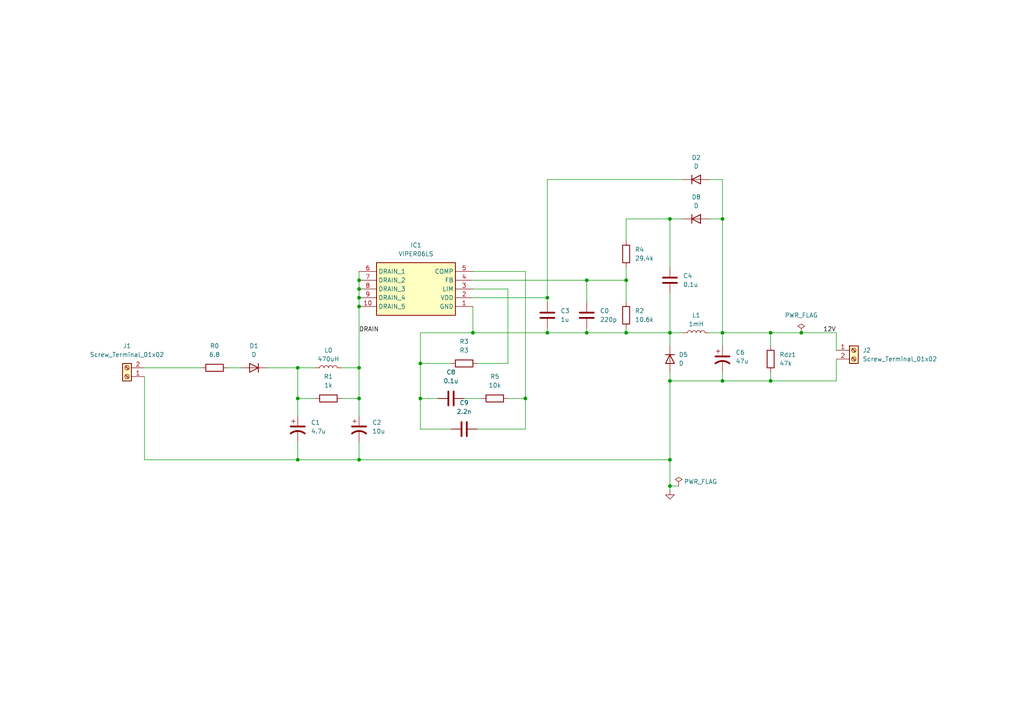
<source format=kicad_sch>
(kicad_sch (version 20230121) (generator eeschema)
  (paper "A4")
  (lib_symbols
    (symbol "Connector:Screw_Terminal_01x02" (pin_names (offset 1.016) hide)
      (property "Reference" "J" (at 0 2.54 0))
      (property "Value" "Screw_Terminal_01x02" (at 0 -5.08 0))
      (symbol "Screw_Terminal_01x02_1_1"
        (rectangle (start -1.27 1.27) (end 1.27 -3.81) (stroke (width 0.254)) (fill (type background)))
        (circle (center 0 -2.54) (radius 0.635) (stroke (width 0.1524)))
        (polyline (pts (xy -0.5334 -2.2098) (xy 0.3302 -3.048)) (stroke (width 0.1524)))
        (polyline (pts (xy -0.5334 0.3302) (xy 0.3302 -0.508)) (stroke (width 0.1524)))
        (polyline (pts (xy -0.3556 -2.032) (xy 0.508 -2.8702)) (stroke (width 0.1524)))
        (polyline (pts (xy -0.3556 0.508) (xy 0.508 -0.3302)) (stroke (width 0.1524)))
        (circle (center 0 0) (radius 0.635) (stroke (width 0.1524)))
        (pin passive line (at -5.08 0 0) (length 3.81) (name "Pin_1") (number "1"))
        (pin passive line (at -5.08 -2.54 0) (length 3.81) (name "Pin_2") (number "2"))
      )
    )
    (symbol "Device:C" (pin_numbers hide) (pin_names (offset 0.254))
      (property "Reference" "C" (at 0.635 2.54 0))
      (property "Value" "C" (at 0.635 -2.54 0))
      (symbol "C_0_1"
        (polyline (pts (xy -2.032 -0.762) (xy 2.032 -0.762)) (stroke (width 0.508)))
        (polyline (pts (xy -2.032 0.762) (xy 2.032 0.762)) (stroke (width 0.508)))
      )
      (symbol "C_1_1"
        (pin passive line (at 0 3.81 270) (length 2.794) (name "~") (number "1"))
        (pin passive line (at 0 -3.81 90) (length 2.794) (name "~") (number "2"))
      )
    )
    (symbol "Device:C_Polarized_US" (pin_numbers hide) (pin_names (offset 0.254) hide)
      (property "Reference" "C" (at 0.635 2.54 0))
      (property "Value" "C_Polarized_US" (at 0.635 -2.54 0))
      (symbol "C_Polarized_US_0_1"
        (polyline (pts (xy -2.032 0.762) (xy 2.032 0.762)) (stroke (width 0.508)))
        (polyline (pts (xy -1.778 2.286) (xy -0.762 2.286)))
        (polyline (pts (xy -1.27 1.778) (xy -1.27 2.794)))
        (arc (start 2.032 -1.27) (mid 0 -0.5572) (end -2.032 -1.27) (stroke (width 0.508)))
      )
      (symbol "C_Polarized_US_1_1"
        (pin passive line (at 0 3.81 270) (length 2.794) (name "~") (number "1"))
        (pin passive line (at 0 -3.81 90) (length 3.302) (name "~") (number "2"))
      )
    )
    (symbol "Device:D" (pin_numbers hide) (pin_names (offset 1.016) hide)
      (property "Reference" "D" (at 0 2.54 0))
      (property "Value" "D" (at 0 -2.54 0))
      (symbol "D_0_1"
        (polyline (pts (xy -1.27 1.27) (xy -1.27 -1.27)) (stroke (width 0.254)))
        (polyline (pts (xy 1.27 0) (xy -1.27 0)))
        (polyline (pts (xy 1.27 1.27) (xy 1.27 -1.27) (xy -1.27 0) (xy 1.27 1.27)) (stroke (width 0.254)))
      )
      (symbol "D_1_1"
        (pin passive line (at -3.81 0 0) (length 2.54) (name "K") (number "1"))
        (pin passive line (at 3.81 0 180) (length 2.54) (name "A") (number "2"))
      )
    )
    (symbol "Device:L" (pin_numbers hide) (pin_names (offset 1.016) hide)
      (property "Reference" "L" (at -1.27 0 90))
      (property "Value" "L" (at 1.905 0 90))
      (symbol "L_0_1"
        (arc (start 0 -2.54) (mid 0.6323 -1.905) (end 0 -1.27))
        (arc (start 0 -1.27) (mid 0.6323 -0.635) (end 0 0))
        (arc (start 0 0) (mid 0.6323 0.635) (end 0 1.27))
        (arc (start 0 1.27) (mid 0.6323 1.905) (end 0 2.54))
      )
      (symbol "L_1_1"
        (pin passive line (at 0 3.81 270) (length 1.27) (name "1") (number "1"))
        (pin passive line (at 0 -3.81 90) (length 1.27) (name "2") (number "2"))
      )
    )
    (symbol "Device:R" (pin_numbers hide) (pin_names (offset 0))
      (property "Reference" "R" (at 2.032 0 90))
      (property "Value" "R" (at 0 0 90))
      (symbol "R_0_1"
        (rectangle (start -1.016 -2.54) (end 1.016 2.54) (stroke (width 0.254)))
      )
      (symbol "R_1_1"
        (pin passive line (at 0 3.81 270) (length 1.27) (name "~") (number "1"))
        (pin passive line (at 0 -3.81 90) (length 1.27) (name "~") (number "2"))
      )
    )
    (symbol "VIPER06LS:VIPER06LS"
      (property "Reference" "IC" (at 29.21 7.62 0))
      (property "Value" "VIPER06LS" (at 29.21 5.08 0))
      (symbol "VIPER06LS_1_1"
        (rectangle (start 5.08 2.54) (end 27.94 -12.7) (stroke (width 0.254)) (fill (type background)))
        (pin passive line (at 0 0 0) (length 5.08) (name "GND") (number "1"))
        (pin passive line (at 33.02 0 180) (length 5.08) (name "DRAIN_5") (number "10"))
        (pin passive line (at 0 -2.54 0) (length 5.08) (name "VDD") (number "2"))
        (pin passive line (at 0 -5.08 0) (length 5.08) (name "LIM") (number "3"))
        (pin passive line (at 0 -7.62 0) (length 5.08) (name "FB") (number "4"))
        (pin passive line (at 0 -10.16 0) (length 5.08) (name "COMP") (number "5"))
        (pin passive line (at 33.02 -10.16 180) (length 5.08) (name "DRAIN_1") (number "6"))
        (pin passive line (at 33.02 -7.62 180) (length 5.08) (name "DRAIN_2") (number "7"))
        (pin passive line (at 33.02 -5.08 180) (length 5.08) (name "DRAIN_3") (number "8"))
        (pin passive line (at 33.02 -2.54 180) (length 5.08) (name "DRAIN_4") (number "9"))
      )
    )
    (symbol "power:GND" (power) (pin_names (offset 0))
      (property "Value" "GND" (at 0 -3.81 0))
      (symbol "GND_0_1"
        (polyline (pts (xy 0 0) (xy 0 -1.27) (xy 1.27 -1.27) (xy 0 -2.54) (xy -1.27 -1.27) (xy 0 -1.27)))
      )
      (symbol "GND_1_1"
        (pin power_in line (at 0 0 270) (length 0) hide (name "GND") (number "1"))
      )
    )
    (symbol "power:PWR_FLAG" (power) (pin_numbers hide) (pin_names (offset 0) hide)
      (property "Value" "PWR_FLAG" (at 0 3.81 0))
      (symbol "PWR_FLAG_0_0"
        (pin power_out line (at 0 0 90) (length 0) (name "pwr") (number "1"))
      )
      (symbol "PWR_FLAG_0_1"
        (polyline (pts (xy 0 0) (xy 0 1.27) (xy -1.016 1.905) (xy 0 2.54) (xy 1.016 1.905) (xy 0 1.27)))
      )
    )
  )
  (junction (at 104.14 86.36))
  (junction (at 86.36 133.35))
  (junction (at 86.36 106.68))
  (junction (at 86.36 115.57))
  (junction (at 232.41 96.52))
  (junction (at 194.31 140.97))
  (junction (at 170.18 96.52))
  (junction (at 209.55 63.5))
  (junction (at 121.92 115.57))
  (junction (at 194.31 96.52))
  (junction (at 121.92 105.41))
  (junction (at 104.14 88.9))
  (junction (at 158.75 96.52))
  (junction (at 104.14 81.28))
  (junction (at 104.14 83.82))
  (junction (at 194.31 110.49))
  (junction (at 104.14 106.68))
  (junction (at 104.14 115.57))
  (junction (at 181.61 96.52))
  (junction (at 137.16 96.52))
  (junction (at 194.31 63.5))
  (junction (at 181.61 81.28))
  (junction (at 152.4 115.57))
  (junction (at 194.31 133.35))
  (junction (at 170.18 81.28))
  (junction (at 223.52 96.52))
  (junction (at 223.52 110.49))
  (junction (at 158.75 86.36))
  (junction (at 209.55 110.49))
  (junction (at 104.14 133.35))
  (junction (at 209.55 96.52))
  (wire (pts (xy 209.55 63.5) (xy 209.55 96.52)))
  (wire (pts (xy 181.61 63.5) (xy 194.31 63.5)))
  (wire (pts (xy 170.18 81.28) (xy 170.18 87.63)))
  (wire (pts (xy 121.92 124.46) (xy 130.81 124.46)))
  (wire (pts (xy 137.16 88.9) (xy 137.16 96.52)))
  (wire (pts (xy 198.12 52.07) (xy 158.75 52.07)))
  (wire (pts (xy 223.52 110.49) (xy 242.57 110.49)))
  (wire (pts (xy 137.16 86.36) (xy 158.75 86.36)))
  (wire (pts (xy 194.31 85.09) (xy 194.31 96.52)))
  (wire (pts (xy 158.75 87.63) (xy 158.75 86.36)))
  (wire (pts (xy 104.14 78.74) (xy 104.14 81.28)))
  (wire (pts (xy 121.92 105.41) (xy 130.81 105.41)))
  (wire (pts (xy 223.52 110.49) (xy 209.55 110.49)))
  (wire (pts (xy 86.36 106.68) (xy 86.36 115.57)))
  (wire (pts (xy 194.31 133.35) (xy 194.31 140.97)))
  (wire (pts (xy 86.36 115.57) (xy 86.36 120.65)))
  (wire (pts (xy 194.31 63.5) (xy 194.31 77.47)))
  (wire (pts (xy 223.52 96.52) (xy 232.41 96.52)))
  (wire (pts (xy 209.55 52.07) (xy 209.55 63.5)))
  (wire (pts (xy 158.75 96.52) (xy 170.18 96.52)))
  (wire (pts (xy 181.61 69.85) (xy 181.61 63.5)))
  (wire (pts (xy 152.4 78.74) (xy 152.4 115.57)))
  (wire (pts (xy 194.31 107.95) (xy 194.31 110.49)))
  (wire (pts (xy 104.14 86.36) (xy 104.14 88.9)))
  (wire (pts (xy 181.61 95.25) (xy 181.61 96.52)))
  (wire (pts (xy 152.4 115.57) (xy 152.4 124.46)))
  (wire (pts (xy 196.85 140.97) (xy 194.31 140.97)))
  (wire (pts (xy 181.61 81.28) (xy 181.61 87.63)))
  (wire (pts (xy 170.18 96.52) (xy 170.18 95.25)))
  (wire (pts (xy 121.92 115.57) (xy 121.92 124.46)))
  (wire (pts (xy 121.92 105.41) (xy 121.92 115.57)))
  (wire (pts (xy 170.18 81.28) (xy 181.61 81.28)))
  (wire (pts (xy 158.75 96.52) (xy 158.75 95.25)))
  (wire (pts (xy 194.31 110.49) (xy 194.31 133.35)))
  (wire (pts (xy 147.32 115.57) (xy 152.4 115.57)))
  (wire (pts (xy 104.14 83.82) (xy 104.14 86.36)))
  (wire (pts (xy 66.04 106.68) (xy 69.85 106.68)))
  (wire (pts (xy 223.52 107.95) (xy 223.52 110.49)))
  (wire (pts (xy 104.14 106.68) (xy 104.14 115.57)))
  (wire (pts (xy 242.57 101.6) (xy 242.57 96.52)))
  (wire (pts (xy 181.61 96.52) (xy 194.31 96.52)))
  (wire (pts (xy 41.91 133.35) (xy 86.36 133.35)))
  (wire (pts (xy 147.32 105.41) (xy 147.32 83.82)))
  (wire (pts (xy 223.52 100.33) (xy 223.52 96.52)))
  (wire (pts (xy 223.52 96.52) (xy 209.55 96.52)))
  (wire (pts (xy 194.31 140.97) (xy 194.31 142.24)))
  (wire (pts (xy 137.16 96.52) (xy 158.75 96.52)))
  (wire (pts (xy 41.91 109.22) (xy 41.91 133.35)))
  (wire (pts (xy 232.41 96.52) (xy 242.57 96.52)))
  (wire (pts (xy 99.06 106.68) (xy 104.14 106.68)))
  (wire (pts (xy 134.62 115.57) (xy 139.7 115.57)))
  (wire (pts (xy 104.14 120.65) (xy 104.14 115.57)))
  (wire (pts (xy 209.55 110.49) (xy 194.31 110.49)))
  (wire (pts (xy 209.55 107.95) (xy 209.55 110.49)))
  (wire (pts (xy 77.47 106.68) (xy 86.36 106.68)))
  (wire (pts (xy 181.61 77.47) (xy 181.61 81.28)))
  (wire (pts (xy 91.44 106.68) (xy 86.36 106.68)))
  (wire (pts (xy 152.4 124.46) (xy 138.43 124.46)))
  (wire (pts (xy 205.74 52.07) (xy 209.55 52.07)))
  (wire (pts (xy 104.14 81.28) (xy 104.14 83.82)))
  (wire (pts (xy 127 115.57) (xy 121.92 115.57)))
  (wire (pts (xy 104.14 128.27) (xy 104.14 133.35)))
  (wire (pts (xy 121.92 96.52) (xy 137.16 96.52)))
  (wire (pts (xy 137.16 81.28) (xy 170.18 81.28)))
  (wire (pts (xy 41.91 106.68) (xy 58.42 106.68)))
  (wire (pts (xy 104.14 115.57) (xy 99.06 115.57)))
  (wire (pts (xy 86.36 115.57) (xy 91.44 115.57)))
  (wire (pts (xy 209.55 96.52) (xy 205.74 96.52)))
  (wire (pts (xy 121.92 105.41) (xy 121.92 96.52)))
  (wire (pts (xy 86.36 128.27) (xy 86.36 133.35)))
  (wire (pts (xy 86.36 133.35) (xy 104.14 133.35)))
  (wire (pts (xy 158.75 52.07) (xy 158.75 86.36)))
  (wire (pts (xy 209.55 96.52) (xy 209.55 100.33)))
  (wire (pts (xy 170.18 96.52) (xy 181.61 96.52)))
  (wire (pts (xy 194.31 63.5) (xy 198.12 63.5)))
  (wire (pts (xy 194.31 96.52) (xy 198.12 96.52)))
  (wire (pts (xy 104.14 133.35) (xy 194.31 133.35)))
  (wire (pts (xy 242.57 104.14) (xy 242.57 110.49)))
  (wire (pts (xy 104.14 88.9) (xy 104.14 106.68)))
  (wire (pts (xy 205.74 63.5) (xy 209.55 63.5)))
  (wire (pts (xy 138.43 105.41) (xy 147.32 105.41)))
  (wire (pts (xy 137.16 78.74) (xy 152.4 78.74)))
  (wire (pts (xy 137.16 83.82) (xy 147.32 83.82)))
  (wire (pts (xy 194.31 96.52) (xy 194.31 100.33)))
  (label "12V" (at 238.76 96.52 0))
  (label "DRAIN" (at 104.14 96.52 0))
  (symbol (lib_id "Connector:Screw_Terminal_01x02") (at 36.83 109.22 180) (unit 1)
    (property "Reference" "J1" (at 36.83 100.33 0))
    (property "Value" "Screw_Terminal_01x02" (at 36.83 102.87 0))
    (property "Footprint" "TerminalBlock_Phoenix:TerminalBlock_Phoenix_PT-1,5-2-3.5-H_1x02_P3.50mm_Horizontal" (effects hide))
  )
  (symbol (lib_id "Device:D") (at 201.93 52.07 0) (unit 1)
    (property "Reference" "D2" (at 201.93 45.72 0))
    (property "Value" "D" (at 201.93 48.26 0))
    (property "Footprint" "Components:DIOM5127X229N" (effects hide))
    (property "Sim.Device" "D" (effects hide))
    (property "Sim.Pins" "1=K 2=A" (effects hide))
  )
  (symbol (lib_id "Device:C") (at 134.62 124.46 90) (unit 1)
    (property "Reference" "C9" (at 134.62 116.84 90))
    (property "Value" "2.2n" (at 134.62 119.38 90))
    (property "Footprint" "Capacitor_SMD:C_0603_1608Metric" (effects hide))
  )
  (symbol (lib_id "Device:C") (at 170.18 91.44 0) (unit 1)
    (property "Reference" "C0" (at 173.99 90.17 0) (effects (justify left)))
    (property "Value" "220p" (at 173.99 92.71 0) (effects (justify left)))
    (property "Footprint" "Capacitor_SMD:C_0603_1608Metric" (effects hide))
  )
  (symbol (lib_id "Device:C_Polarized_US") (at 104.14 124.46 0) (unit 1)
    (property "Reference" "C2" (at 107.95 122.555 0) (effects (justify left)))
    (property "Value" "10u" (at 107.95 125.095 0) (effects (justify left)))
    (property "Footprint" "Capacitor_THT:CP_Radial_D10.0mm_P5.00mm" (effects hide))
  )
  (symbol (lib_id "Device:C") (at 130.81 115.57 90) (unit 1)
    (property "Reference" "C8" (at 130.81 107.95 90))
    (property "Value" "0.1u" (at 130.81 110.49 90))
    (property "Footprint" "Capacitor_SMD:C_0805_2012Metric" (effects hide))
  )
  (symbol (lib_id "Device:R") (at 62.23 106.68 90) (unit 1)
    (property "Reference" "R0" (at 62.23 100.33 90))
    (property "Value" "6.8" (at 62.23 102.87 90))
    (property "Footprint" "Resistor_THT:R_Axial_DIN0207_L6.3mm_D2.5mm_P10.16mm_Horizontal" (effects hide))
  )
  (symbol (lib_id "power:PWR_FLAG") (at 196.85 140.97 0) (unit 1)
    (property "Reference" "#FLG02" (effects hide))
    (property "Value" "PWR_FLAG" (at 203.2 139.7 0))
  )
  (symbol (lib_id "Connector:Screw_Terminal_01x02") (at 247.65 101.6 0) (unit 1)
    (property "Reference" "J2" (at 250.19 101.6 0) (effects (justify left)))
    (property "Value" "Screw_Terminal_01x02" (at 250.19 104.14 0) (effects (justify left)))
    (property "Footprint" "TerminalBlock_Phoenix:TerminalBlock_Phoenix_PT-1,5-2-3.5-H_1x02_P3.50mm_Horizontal" (effects hide))
  )
  (symbol (lib_id "Device:R") (at 181.61 73.66 0) (unit 1)
    (property "Reference" "R4" (at 184.15 72.39 0) (effects (justify left)))
    (property "Value" "29.4k" (at 184.15 74.93 0) (effects (justify left)))
    (property "Footprint" "Resistor_SMD:R_0805_2012Metric" (effects hide))
  )
  (symbol (lib_id "Device:R") (at 143.51 115.57 90) (unit 1)
    (property "Reference" "R5" (at 143.51 109.22 90))
    (property "Value" "10k" (at 143.51 111.76 90))
    (property "Footprint" "Resistor_SMD:R_0805_2012Metric" (effects hide))
  )
  (symbol (lib_id "Device:D") (at 201.93 63.5 0) (unit 1)
    (property "Reference" "D8" (at 201.93 57.15 0))
    (property "Value" "D" (at 201.93 59.69 0))
    (property "Footprint" "Diode_SMD:D_SMA" (effects hide))
    (property "Sim.Device" "D" (effects hide))
    (property "Sim.Pins" "1=K 2=A" (effects hide))
  )
  (symbol (lib_id "Device:C_Polarized_US") (at 209.55 104.14 0) (unit 1)
    (property "Reference" "C6" (at 213.36 102.235 0) (effects (justify left)))
    (property "Value" "47u" (at 213.36 104.775 0) (effects (justify left)))
    (property "Footprint" "Capacitor_THT:CP_Radial_D6.3mm_P2.50mm" (effects hide))
  )
  (symbol (lib_id "Device:L") (at 95.25 106.68 90) (unit 1)
    (property "Reference" "L0" (at 95.25 101.6 90))
    (property "Value" "470uH" (at 95.25 104.14 90))
    (property "Footprint" "Inductor_THT:L_Axial_L13.0mm_D4.5mm_P5.08mm_Vertical_Fastron_HCCC" (effects hide))
  )
  (symbol (lib_id "Device:R") (at 134.62 105.41 90) (unit 1)
    (property "Reference" "R3" (at 134.62 99.06 90))
    (property "Value" "R3" (at 134.62 101.6 90))
    (property "Footprint" "Resistor_THT:R_Axial_DIN0207_L6.3mm_D2.5mm_P10.16mm_Horizontal" (effects hide))
  )
  (symbol (lib_id "Device:R") (at 95.25 115.57 90) (unit 1)
    (property "Reference" "R1" (at 95.25 109.22 90))
    (property "Value" "1k" (at 95.25 111.76 90))
    (property "Footprint" "Resistor_SMD:R_0805_2012Metric" (effects hide))
  )
  (symbol (lib_id "Device:R") (at 223.52 104.14 0) (unit 1)
    (property "Reference" "Rdz1" (at 226.06 102.87 0) (effects (justify left)))
    (property "Value" "47k" (at 226.06 105.41 0) (effects (justify left)))
    (property "Footprint" "Resistor_SMD:R_0805_2012Metric" (effects hide))
  )
  (symbol (lib_id "Device:C") (at 158.75 91.44 0) (unit 1)
    (property "Reference" "C3" (at 162.56 90.17 0) (effects (justify left)))
    (property "Value" "1u" (at 162.56 92.71 0) (effects (justify left)))
    (property "Footprint" "Capacitor_SMD:C_1206_3216Metric" (effects hide))
  )
  (symbol (lib_id "power:GND") (at 194.31 142.24 0) (unit 1)
    (property "Reference" "#PWR01" (effects hide))
    (property "Value" "GND" (effects hide))
  )
  (symbol (lib_id "Device:R") (at 181.61 91.44 0) (unit 1)
    (property "Reference" "R2" (at 184.15 90.17 0) (effects (justify left)))
    (property "Value" "10.6k" (at 184.15 92.71 0) (effects (justify left)))
    (property "Footprint" "Resistor_SMD:R_0805_2012Metric" (effects hide))
  )
  (symbol (lib_id "Device:L") (at 201.93 96.52 90) (unit 1)
    (property "Reference" "L1" (at 201.93 91.44 90))
    (property "Value" "1mH" (at 201.93 93.98 90))
    (property "Footprint" "Inductor_THT:L_Radial_D7.8mm_P5.00mm_Fastron_07HCP" (effects hide))
  )
  (symbol (lib_id "VIPER06LS:VIPER06LS") (at 137.16 88.9 180) (unit 1)
    (property "Reference" "IC1" (at 120.65 71.12 0))
    (property "Value" "VIPER06LS" (at 120.65 73.66 0))
    (property "Footprint" "Components:SOP100P600X175-10N" (effects hide))
    (property "Datasheet" "https://www.st.com/resource/en/datasheet/viper06.pdf" (effects hide))
    (property "Height" "1.75" (effects hide))
    (property "Manufacturer_Name" "STMicroelectronics" (effects hide))
    (property "Manufacturer_Part_Number" "VIPER06LS" (effects hide))
    (property "Mouser Part Number" "511-VIPER06LS" (effects hide))
    (property "Mouser Price/Stock" "https://www.mouser.co.uk/ProductDetail/STMicroelectronics/VIPER06LS?qs=N6LLV8I65%252BchNtbEpBsdjg%3D%3D" (effects hide))
    (property "Arrow Part Number" "VIPER06LS" (effects hide))
    (property "Arrow Price/Stock" "https://www.arrow.com/en/products/viper06ls/stmicroelectronics" (effects hide))
  )
  (symbol (lib_id "Device:C_Polarized_US") (at 86.36 124.46 0) (unit 1)
    (property "Reference" "C1" (at 90.17 122.555 0) (effects (justify left)))
    (property "Value" "4.7u" (at 90.17 125.095 0) (effects (justify left)))
    (property "Footprint" "Capacitor_THT:CP_Radial_D8.0mm_P3.50mm" (effects hide))
  )
  (symbol (lib_id "Device:D") (at 73.66 106.68 180) (unit 1)
    (property "Reference" "D1" (at 73.66 100.33 0))
    (property "Value" "D" (at 73.66 102.87 0))
    (property "Footprint" "Components:DIOM5127X229N" (effects hide))
    (property "Sim.Device" "D" (effects hide))
    (property "Sim.Pins" "1=K 2=A" (effects hide))
  )
  (symbol (lib_id "power:PWR_FLAG") (at 232.41 96.52 0) (unit 1)
    (property "Reference" "#FLG01" (effects hide))
    (property "Value" "PWR_FLAG" (at 232.41 91.44 0))
  )
  (symbol (lib_id "Device:C") (at 194.31 81.28 0) (unit 1)
    (property "Reference" "C4" (at 198.12 80.01 0) (effects (justify left)))
    (property "Value" "0.1u" (at 198.12 82.55 0) (effects (justify left)))
    (property "Footprint" "Capacitor_SMD:C_0805_2012Metric" (effects hide))
  )
  (symbol (lib_id "Device:D") (at 194.31 104.14 270) (unit 1)
    (property "Reference" "D5" (at 196.85 102.87 90) (effects (justify left)))
    (property "Value" "D" (at 196.85 105.41 90) (effects (justify left)))
    (property "Footprint" "Components:DIOM5126X265N" (effects hide))
    (property "Sim.Device" "D" (effects hide))
    (property "Sim.Pins" "1=K 2=A" (effects hide))
  )
)
</source>
